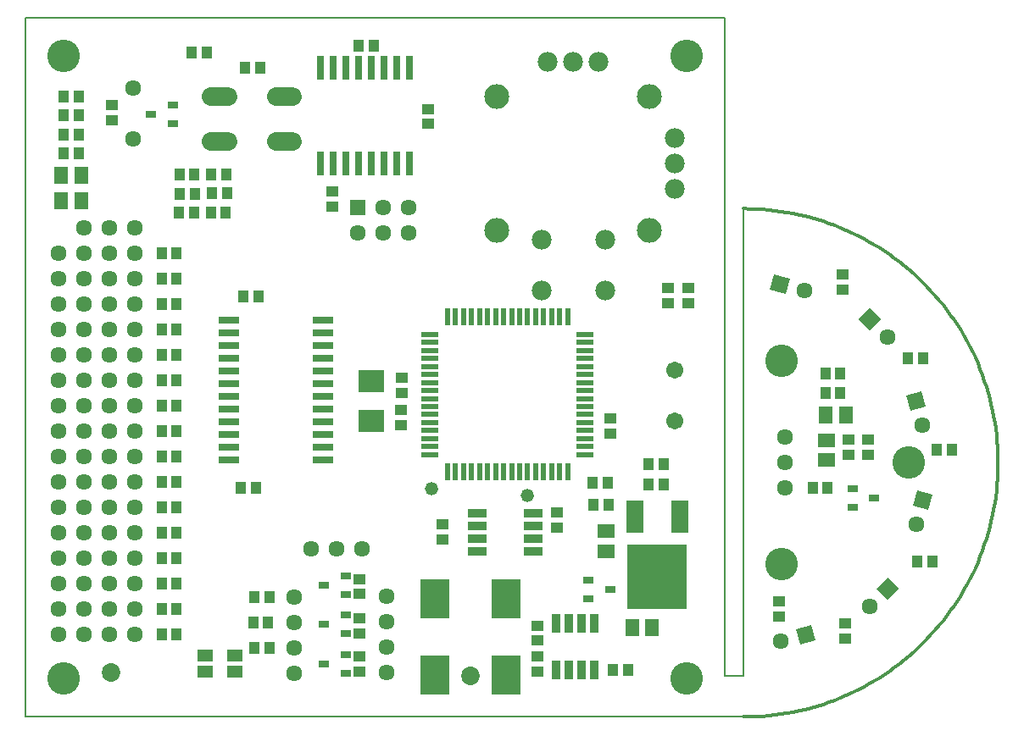
<source format=gts>
G75*
%MOIN*%
%OFA0B0*%
%FSLAX24Y24*%
%IPPOS*%
%LPD*%
%AMOC8*
5,1,8,0,0,1.08239X$1,22.5*
%
%ADD10C,0.0120*%
%ADD11C,0.0080*%
%ADD12R,0.0474X0.0395*%
%ADD13R,0.0635X0.0635*%
%ADD14C,0.0635*%
%ADD15R,0.0395X0.0474*%
%ADD16R,0.0635X0.0635*%
%ADD17R,0.0671X0.0533*%
%ADD18R,0.0769X0.0336*%
%ADD19R,0.0533X0.0671*%
%ADD20R,0.0363X0.0781*%
%ADD21R,0.1180X0.1580*%
%ADD22C,0.1280*%
%ADD23C,0.0674*%
%ADD24R,0.0631X0.0513*%
%ADD25C,0.0980*%
%ADD26C,0.0780*%
%ADD27C,0.0720*%
%ADD28R,0.0316X0.0946*%
%ADD29R,0.0430X0.0316*%
%ADD30R,0.2363X0.2521*%
%ADD31R,0.0710X0.1261*%
%ADD32R,0.0240X0.0671*%
%ADD33R,0.0671X0.0240*%
%ADD34R,0.1025X0.0867*%
%ADD35R,0.0848X0.0297*%
%ADD36C,0.0520*%
%ADD37C,0.0730*%
D10*
X028400Y000974D02*
X028644Y000977D01*
X028887Y000986D01*
X029130Y001001D01*
X029373Y001021D01*
X029615Y001048D01*
X029856Y001081D01*
X030096Y001119D01*
X030336Y001163D01*
X030574Y001213D01*
X030811Y001269D01*
X031047Y001331D01*
X031281Y001398D01*
X031513Y001471D01*
X031744Y001550D01*
X031972Y001634D01*
X032199Y001724D01*
X032423Y001819D01*
X032645Y001920D01*
X032864Y002026D01*
X033080Y002137D01*
X033294Y002254D01*
X033505Y002375D01*
X033713Y002502D01*
X033918Y002634D01*
X034119Y002771D01*
X034317Y002913D01*
X034512Y003059D01*
X034703Y003210D01*
X034890Y003366D01*
X035073Y003526D01*
X035253Y003691D01*
X035428Y003860D01*
X035599Y004033D01*
X035766Y004211D01*
X035928Y004392D01*
X036086Y004577D01*
X036240Y004766D01*
X036389Y004959D01*
X036533Y005155D01*
X036672Y005355D01*
X036807Y005558D01*
X036936Y005765D01*
X037060Y005974D01*
X037179Y006186D01*
X037293Y006402D01*
X037402Y006619D01*
X037505Y006840D01*
X037603Y007063D01*
X037696Y007288D01*
X037783Y007516D01*
X037864Y007745D01*
X037940Y007977D01*
X038010Y008210D01*
X038075Y008445D01*
X038134Y008681D01*
X038187Y008919D01*
X038234Y009158D01*
X038275Y009398D01*
X038310Y009639D01*
X038340Y009880D01*
X038364Y010123D01*
X038381Y010366D01*
X038393Y010609D01*
X038399Y010852D01*
X038399Y011096D01*
X038393Y011339D01*
X038381Y011582D01*
X038364Y011825D01*
X038340Y012068D01*
X038310Y012309D01*
X038275Y012550D01*
X038234Y012790D01*
X038187Y013029D01*
X038134Y013267D01*
X038075Y013503D01*
X038010Y013738D01*
X037940Y013971D01*
X037864Y014203D01*
X037783Y014432D01*
X037696Y014660D01*
X037603Y014885D01*
X037505Y015108D01*
X037402Y015329D01*
X037293Y015546D01*
X037179Y015762D01*
X037060Y015974D01*
X036936Y016183D01*
X036807Y016390D01*
X036672Y016593D01*
X036533Y016793D01*
X036389Y016989D01*
X036240Y017182D01*
X036086Y017371D01*
X035928Y017556D01*
X035766Y017737D01*
X035599Y017915D01*
X035428Y018088D01*
X035253Y018257D01*
X035073Y018422D01*
X034890Y018582D01*
X034703Y018738D01*
X034512Y018889D01*
X034317Y019035D01*
X034119Y019177D01*
X033918Y019314D01*
X033713Y019446D01*
X033505Y019573D01*
X033294Y019694D01*
X033080Y019811D01*
X032864Y019922D01*
X032645Y020028D01*
X032423Y020129D01*
X032199Y020224D01*
X031972Y020314D01*
X031744Y020398D01*
X031513Y020477D01*
X031281Y020550D01*
X031047Y020617D01*
X030811Y020679D01*
X030574Y020735D01*
X030336Y020785D01*
X030096Y020829D01*
X029856Y020867D01*
X029615Y020900D01*
X029373Y020927D01*
X029130Y020947D01*
X028887Y020962D01*
X028644Y020971D01*
X028400Y020974D01*
D11*
X028400Y000974D02*
X000150Y000974D01*
X000150Y028474D01*
X027650Y028474D01*
X027650Y002574D01*
X028400Y002574D01*
X028400Y020974D01*
D12*
X026213Y017844D03*
X026213Y017254D03*
X025413Y017254D03*
X025413Y017844D03*
X023163Y012719D03*
X023163Y012129D03*
X021050Y009019D03*
X021050Y008429D03*
X020275Y004569D03*
X020275Y003979D03*
X020275Y003344D03*
X020275Y002754D03*
X016550Y007954D03*
X016550Y008544D03*
X013300Y006407D03*
X013300Y005816D03*
X013288Y004844D03*
X013288Y004254D03*
X013300Y003344D03*
X013300Y002754D03*
X014925Y012454D03*
X014925Y013044D03*
X014938Y013729D03*
X014938Y014319D03*
X012213Y021054D03*
X012213Y021644D03*
X016000Y024316D03*
X016000Y024907D03*
X003538Y025044D03*
X003538Y024454D03*
X029775Y005519D03*
X029775Y004929D03*
X032400Y004644D03*
X032400Y004054D03*
X032525Y011304D03*
X032525Y011894D03*
X033275Y011894D03*
X033275Y011304D03*
X032275Y017804D03*
X032275Y018394D03*
D13*
X013213Y021037D03*
D14*
X014213Y021037D03*
X015213Y021037D03*
X015213Y020037D03*
X014213Y020037D03*
X013213Y020037D03*
X004450Y020224D03*
X004450Y019224D03*
X004450Y018224D03*
X003450Y018224D03*
X002450Y018224D03*
X001450Y018224D03*
X001450Y019224D03*
X002450Y019224D03*
X003450Y019224D03*
X003450Y020224D03*
X002450Y020224D03*
X002450Y017224D03*
X003450Y017224D03*
X003450Y016224D03*
X002450Y016224D03*
X002450Y015224D03*
X003450Y015224D03*
X003450Y014224D03*
X002450Y014224D03*
X002450Y013224D03*
X003450Y013224D03*
X003450Y012224D03*
X002450Y012224D03*
X002450Y011224D03*
X003450Y011224D03*
X003450Y010224D03*
X002450Y010224D03*
X002450Y009224D03*
X003450Y009224D03*
X003450Y008224D03*
X002450Y008224D03*
X002450Y007224D03*
X003450Y007224D03*
X003450Y006224D03*
X002450Y006224D03*
X002450Y005224D03*
X003450Y005224D03*
X003450Y004224D03*
X002450Y004224D03*
X001450Y004224D03*
X001450Y005224D03*
X001450Y006224D03*
X001450Y007224D03*
X001450Y008224D03*
X001450Y009224D03*
X001450Y010224D03*
X001450Y011224D03*
X001450Y012224D03*
X001450Y013224D03*
X001450Y014224D03*
X001450Y015224D03*
X001450Y016224D03*
X001450Y017224D03*
X004450Y017224D03*
X004450Y016224D03*
X004450Y015224D03*
X004450Y014224D03*
X004450Y013224D03*
X004450Y012224D03*
X004450Y011224D03*
X004450Y010224D03*
X004450Y009224D03*
X004450Y008224D03*
X004450Y007224D03*
X004450Y006224D03*
X004450Y005224D03*
X004450Y004224D03*
X010725Y004699D03*
X010725Y003699D03*
X010725Y002699D03*
X010725Y005699D03*
X011400Y007599D03*
X012400Y007599D03*
X013400Y007599D03*
X014350Y005724D03*
X014350Y004724D03*
X014350Y003724D03*
X014350Y002724D03*
X029867Y003945D03*
X033349Y005318D03*
X035171Y008541D03*
X035429Y012441D03*
X034056Y015923D03*
X030783Y017745D03*
X030025Y011974D03*
X030025Y010974D03*
X030025Y009974D03*
X004375Y023712D03*
X004375Y025712D03*
D15*
X006680Y027124D03*
X007270Y027124D03*
X008792Y026524D03*
X009383Y026524D03*
X013255Y027399D03*
X013845Y027399D03*
X008058Y022324D03*
X007467Y022324D03*
X006795Y022312D03*
X006205Y022312D03*
X006217Y021562D03*
X006808Y021562D03*
X007492Y021574D03*
X008083Y021574D03*
X008033Y020824D03*
X007442Y020824D03*
X006783Y020812D03*
X006192Y020812D03*
X006095Y019224D03*
X005505Y019224D03*
X005505Y018224D03*
X006095Y018224D03*
X006095Y017224D03*
X005505Y017224D03*
X005505Y016224D03*
X006095Y016224D03*
X006095Y015224D03*
X005505Y015224D03*
X005505Y014224D03*
X006095Y014224D03*
X006095Y013224D03*
X005505Y013224D03*
X005505Y012224D03*
X006095Y012224D03*
X006095Y011224D03*
X005505Y011224D03*
X005505Y010224D03*
X006095Y010224D03*
X006095Y009224D03*
X005505Y009224D03*
X005505Y008224D03*
X006095Y008224D03*
X006095Y007224D03*
X005505Y007224D03*
X005505Y006224D03*
X006095Y006224D03*
X006095Y005224D03*
X005505Y005224D03*
X005505Y004224D03*
X006095Y004224D03*
X009105Y004699D03*
X009695Y004699D03*
X009745Y005699D03*
X009155Y005699D03*
X009155Y003674D03*
X009745Y003674D03*
X009208Y009974D03*
X008617Y009974D03*
X008730Y017537D03*
X009320Y017537D03*
X002245Y023149D03*
X001655Y023149D03*
X001655Y023899D03*
X002245Y023899D03*
X002245Y024649D03*
X001655Y024649D03*
X001655Y025399D03*
X002245Y025399D03*
X022455Y010199D03*
X023045Y010199D03*
X023070Y009324D03*
X022480Y009324D03*
X024655Y010112D03*
X025245Y010112D03*
X025245Y010912D03*
X024655Y010912D03*
X031105Y009974D03*
X031695Y009974D03*
X035230Y007099D03*
X035820Y007099D03*
X035980Y011474D03*
X036570Y011474D03*
X035445Y015099D03*
X034855Y015099D03*
X032195Y014474D03*
X031605Y014474D03*
X031605Y013724D03*
X032195Y013724D03*
X023845Y002824D03*
X023255Y002824D03*
D16*
G36*
X030445Y004428D02*
X031057Y004592D01*
X031221Y003980D01*
X030609Y003816D01*
X030445Y004428D01*
G37*
G36*
X033608Y006025D02*
X034056Y006473D01*
X034504Y006025D01*
X034056Y005577D01*
X033608Y006025D01*
G37*
G36*
X035041Y009283D02*
X035205Y009895D01*
X035817Y009731D01*
X035653Y009119D01*
X035041Y009283D01*
G37*
G36*
X034947Y013019D02*
X034783Y013631D01*
X035395Y013795D01*
X035559Y013183D01*
X034947Y013019D01*
G37*
G36*
X033349Y016182D02*
X032901Y016630D01*
X033349Y017078D01*
X033797Y016630D01*
X033349Y016182D01*
G37*
G36*
X030041Y017616D02*
X029429Y017780D01*
X029593Y018392D01*
X030205Y018228D01*
X030041Y017616D01*
G37*
D17*
X031650Y011868D03*
X031650Y011080D03*
X022975Y008293D03*
X022975Y007505D03*
D18*
X020127Y007499D03*
X020127Y007999D03*
X020127Y008499D03*
X020127Y008999D03*
X017923Y008999D03*
X017923Y008499D03*
X017923Y007999D03*
X017923Y007499D03*
D19*
X024006Y004474D03*
X024794Y004474D03*
X031631Y012849D03*
X032419Y012849D03*
X002344Y021274D03*
X001556Y021274D03*
X001556Y022274D03*
X002344Y022274D03*
D20*
X021025Y004670D03*
X021525Y004670D03*
X022025Y004670D03*
X022525Y004670D03*
X022525Y002828D03*
X022025Y002828D03*
X021525Y002828D03*
X021025Y002828D03*
D21*
X019055Y002624D03*
X016245Y002624D03*
X016245Y005624D03*
X019055Y005624D03*
D22*
X026150Y002474D03*
X029900Y006974D03*
X034900Y010974D03*
X029900Y014974D03*
X026150Y026974D03*
X001650Y026974D03*
X001650Y002474D03*
D23*
X025700Y012640D03*
X025700Y014608D03*
D24*
X008391Y003389D03*
X008391Y002759D03*
X007209Y002759D03*
X007209Y003389D03*
D25*
X018688Y020124D03*
X024688Y020124D03*
X024688Y025374D03*
X018688Y025374D03*
D26*
X020688Y026749D03*
X021688Y026749D03*
X022688Y026749D03*
X025688Y023749D03*
X025688Y022749D03*
X025688Y021749D03*
X022938Y019749D03*
X022938Y017749D03*
X020438Y017749D03*
X020438Y019749D03*
D27*
X010663Y023609D02*
X010023Y023609D01*
X010023Y025389D02*
X010663Y025389D01*
X008103Y025389D02*
X007463Y025389D01*
X007463Y023609D02*
X008103Y023609D01*
D28*
X011738Y022759D03*
X012238Y022759D03*
X012738Y022759D03*
X013238Y022759D03*
X013738Y022759D03*
X014238Y022759D03*
X014738Y022759D03*
X015238Y022759D03*
X015238Y026529D03*
X014738Y026529D03*
X014238Y026529D03*
X013738Y026529D03*
X013238Y026529D03*
X012738Y026529D03*
X012238Y026529D03*
X011738Y026529D03*
D29*
X005938Y025073D03*
X005938Y024325D03*
X005088Y024699D03*
X012750Y006523D03*
X012750Y005775D03*
X012750Y004998D03*
X011900Y004624D03*
X012750Y004250D03*
X012750Y003423D03*
X012750Y002675D03*
X011900Y003049D03*
X011900Y006149D03*
X022300Y006373D03*
X023150Y005999D03*
X022300Y005625D03*
X032675Y009225D03*
X033525Y009599D03*
X032675Y009973D03*
D30*
X025000Y006499D03*
D31*
X024102Y008857D03*
X025898Y008857D03*
D32*
X021475Y010610D03*
X021160Y010610D03*
X020845Y010610D03*
X020530Y010610D03*
X020215Y010610D03*
X019900Y010610D03*
X019585Y010610D03*
X019270Y010610D03*
X018955Y010610D03*
X018640Y010610D03*
X018325Y010610D03*
X018010Y010610D03*
X017695Y010610D03*
X017380Y010610D03*
X017065Y010610D03*
X016750Y010610D03*
X016750Y016713D03*
X017065Y016713D03*
X017380Y016713D03*
X017695Y016713D03*
X018010Y016713D03*
X018325Y016713D03*
X018640Y016713D03*
X018955Y016713D03*
X019270Y016713D03*
X019585Y016713D03*
X019900Y016713D03*
X020215Y016713D03*
X020530Y016713D03*
X020845Y016713D03*
X021160Y016713D03*
X021475Y016713D03*
D33*
X022164Y016024D03*
X022164Y015709D03*
X022164Y015394D03*
X022164Y015079D03*
X022164Y014764D03*
X022164Y014449D03*
X022164Y014134D03*
X022164Y013819D03*
X022164Y013504D03*
X022164Y013189D03*
X022164Y012874D03*
X022164Y012559D03*
X022164Y012244D03*
X022164Y011929D03*
X022164Y011614D03*
X022164Y011299D03*
X016061Y011299D03*
X016061Y011614D03*
X016061Y011929D03*
X016061Y012244D03*
X016061Y012559D03*
X016061Y012874D03*
X016061Y013189D03*
X016061Y013504D03*
X016061Y013819D03*
X016061Y014134D03*
X016061Y014449D03*
X016061Y014764D03*
X016061Y015079D03*
X016061Y015394D03*
X016061Y015709D03*
X016061Y016024D03*
D34*
X013750Y014187D03*
X013750Y012612D03*
D35*
X011863Y012574D03*
X011863Y012074D03*
X011863Y011574D03*
X011863Y011074D03*
X011863Y013074D03*
X011863Y013574D03*
X011863Y014074D03*
X011863Y014574D03*
X011863Y015074D03*
X011863Y015574D03*
X011863Y016074D03*
X011863Y016574D03*
X008162Y016574D03*
X008162Y016074D03*
X008162Y015574D03*
X008162Y015074D03*
X008162Y014574D03*
X008162Y014074D03*
X008162Y013574D03*
X008162Y013074D03*
X008162Y012574D03*
X008162Y012074D03*
X008162Y011574D03*
X008162Y011074D03*
D36*
X016125Y009962D03*
X019875Y009687D03*
D37*
X017650Y002599D03*
X003525Y002724D03*
M02*

</source>
